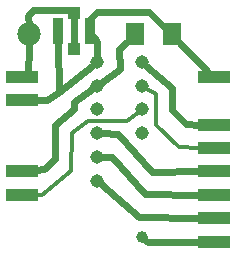
<source format=gtl>
G04 MADE WITH FRITZING*
G04 WWW.FRITZING.ORG*
G04 DOUBLE SIDED*
G04 HOLES PLATED*
G04 CONTOUR ON CENTER OF CONTOUR VECTOR*
%ASAXBY*%
%FSLAX23Y23*%
%MOIN*%
%OFA0B0*%
%SFA1.0B1.0*%
%ADD10C,0.039370*%
%ADD11C,0.044882*%
%ADD12C,0.078000*%
%ADD13R,0.062992X0.074803*%
%ADD14R,0.033465X0.086614*%
%ADD15R,0.039370X0.041339*%
%ADD16R,0.108268X0.039370*%
%ADD17C,0.012000*%
%ADD18C,0.024000*%
%ADD19R,0.001000X0.001000*%
%LNCOPPER1*%
G90*
G70*
G54D10*
X475Y106D03*
G54D11*
X475Y688D03*
X475Y609D03*
X475Y531D03*
X475Y452D03*
X325Y688D03*
X325Y609D03*
X325Y531D03*
X325Y452D03*
X325Y373D03*
X325Y294D03*
G54D12*
X100Y781D03*
G54D13*
X575Y781D03*
X453Y781D03*
G54D14*
X304Y791D03*
X196Y791D03*
G54D15*
X250Y731D03*
X250Y851D03*
G54D16*
X76Y640D03*
X715Y325D03*
X715Y480D03*
X715Y403D03*
X715Y245D03*
X715Y640D03*
X76Y561D03*
X76Y325D03*
X715Y89D03*
X76Y245D03*
X715Y168D03*
G54D17*
X666Y404D02*
X600Y406D01*
D02*
X600Y406D02*
X524Y480D01*
D02*
X524Y480D02*
X524Y581D01*
D02*
X524Y581D02*
X486Y603D01*
G54D18*
D02*
X497Y88D02*
X490Y94D01*
D02*
X666Y89D02*
X497Y88D01*
D02*
X96Y638D02*
X76Y640D01*
D02*
X99Y750D02*
X96Y638D01*
D02*
X114Y863D02*
X97Y841D01*
D02*
X97Y841D02*
X99Y811D01*
D02*
X227Y863D02*
X114Y863D01*
D02*
X236Y858D02*
X227Y863D01*
D02*
X250Y746D02*
X250Y835D01*
D02*
X199Y590D02*
X196Y753D01*
D02*
X124Y563D02*
X161Y564D01*
D02*
X161Y564D02*
X199Y590D01*
D02*
X325Y755D02*
X315Y772D01*
D02*
X325Y707D02*
X325Y755D01*
D02*
X199Y590D02*
X310Y677D01*
D02*
X400Y731D02*
X402Y666D01*
D02*
X402Y666D02*
X340Y620D01*
D02*
X427Y756D02*
X400Y731D01*
D02*
X500Y856D02*
X325Y856D01*
D02*
X325Y856D02*
X299Y830D01*
D02*
X299Y830D02*
X299Y828D01*
D02*
X549Y807D02*
X500Y856D01*
D02*
X701Y654D02*
X601Y755D01*
D02*
X250Y556D02*
X310Y598D01*
D02*
X250Y531D02*
X250Y556D01*
D02*
X186Y480D02*
X250Y531D01*
D02*
X185Y366D02*
X186Y480D01*
D02*
X150Y331D02*
X185Y366D01*
D02*
X124Y329D02*
X150Y331D01*
D02*
X624Y481D02*
X666Y480D01*
D02*
X575Y530D02*
X624Y481D01*
D02*
X575Y604D02*
X575Y530D01*
D02*
X489Y676D02*
X575Y604D01*
G54D17*
D02*
X243Y452D02*
X240Y325D01*
D02*
X426Y491D02*
X295Y491D01*
D02*
X465Y522D02*
X426Y491D01*
D02*
X240Y325D02*
X142Y246D01*
D02*
X142Y246D02*
X124Y246D01*
D02*
X295Y491D02*
X243Y452D01*
G54D18*
D02*
X397Y450D02*
X343Y451D01*
D02*
X509Y324D02*
X397Y450D01*
D02*
X666Y325D02*
X509Y324D01*
D02*
X376Y371D02*
X343Y372D01*
D02*
X488Y248D02*
X376Y371D01*
D02*
X666Y246D02*
X488Y248D01*
D02*
X465Y171D02*
X339Y282D01*
D02*
X666Y169D02*
X465Y171D01*
G54D19*
D02*
G04 End of Copper1*
M02*
</source>
